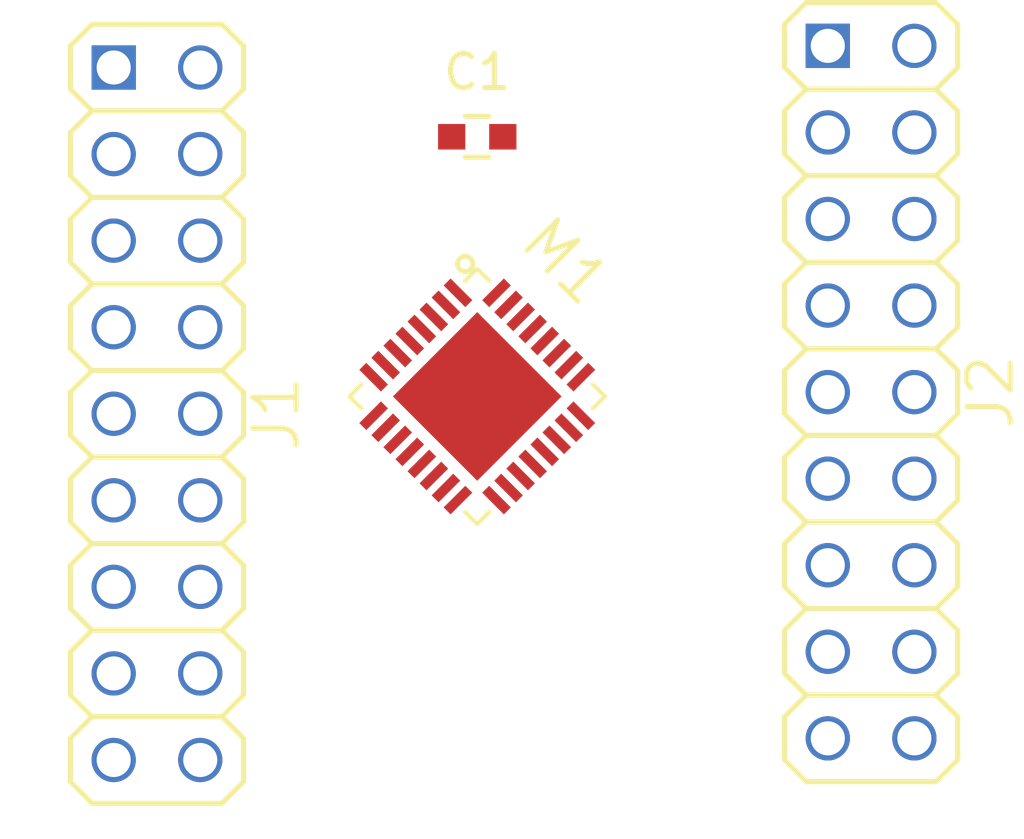
<source format=kicad_pcb>
(kicad_pcb (version 4) (host pcbnew 4.0.5-e0-6337~49~ubuntu16.04.1)

  (general
    (links 29)
    (no_connects 29)
    (area 0 0 0 0)
    (thickness 1.6)
    (drawings 0)
    (tracks 0)
    (zones 0)
    (modules 4)
    (nets 27)
  )

  (page A4)
  (layers
    (0 F.Cu signal)
    (31 B.Cu signal)
    (32 B.Adhes user)
    (33 F.Adhes user)
    (34 B.Paste user)
    (35 F.Paste user)
    (36 B.SilkS user)
    (37 F.SilkS user)
    (38 B.Mask user)
    (39 F.Mask user)
    (40 Dwgs.User user)
    (41 Cmts.User user)
    (42 Eco1.User user)
    (43 Eco2.User user)
    (44 Edge.Cuts user)
    (45 Margin user)
    (46 B.CrtYd user)
    (47 F.CrtYd user)
    (48 B.Fab user)
    (49 F.Fab user)
  )

  (setup
    (last_trace_width 0.25)
    (trace_clearance 0.2)
    (zone_clearance 0.508)
    (zone_45_only no)
    (trace_min 0.2)
    (segment_width 0.2)
    (edge_width 0.15)
    (via_size 0.6)
    (via_drill 0.4)
    (via_min_size 0.4)
    (via_min_drill 0.3)
    (uvia_size 0.3)
    (uvia_drill 0.1)
    (uvias_allowed no)
    (uvia_min_size 0.2)
    (uvia_min_drill 0.1)
    (pcb_text_width 0.3)
    (pcb_text_size 1.5 1.5)
    (mod_edge_width 0.15)
    (mod_text_size 1 1)
    (mod_text_width 0.15)
    (pad_size 1.524 1.524)
    (pad_drill 0.762)
    (pad_to_mask_clearance 0.2)
    (aux_axis_origin 0 0)
    (visible_elements FFFFFF7F)
    (pcbplotparams
      (layerselection 0x00030_80000001)
      (usegerberextensions false)
      (excludeedgelayer true)
      (linewidth 0.100000)
      (plotframeref false)
      (viasonmask false)
      (mode 1)
      (useauxorigin false)
      (hpglpennumber 1)
      (hpglpenspeed 20)
      (hpglpendiameter 15)
      (hpglpenoverlay 2)
      (psnegative false)
      (psa4output false)
      (plotreference true)
      (plotvalue true)
      (plotinvisibletext false)
      (padsonsilk false)
      (subtractmaskfromsilk false)
      (outputformat 1)
      (mirror false)
      (drillshape 1)
      (scaleselection 1)
      (outputdirectory ""))
  )

  (net 0 "")
  (net 1 /GND)
  (net 2 /VCC)
  (net 3 /PIO0_13)
  (net 4 /PIO0_12)
  (net 5 /PIO0_5)
  (net 6 /PIO0_4)
  (net 7 /PIO0_28)
  (net 8 /PIO0_3)
  (net 9 /PIO0_2)
  (net 10 /PIO0_11)
  (net 11 /PIO0_10)
  (net 12 /PIO0_16)
  (net 13 /PIO0_27)
  (net 14 /PIO0_26)
  (net 15 /PIO0_25)
  (net 16 /PIO0_24)
  (net 17 /PIO0_15)
  (net 18 /PIO0_1)
  (net 19 /AREF)
  (net 20 /AGND)
  (net 21 /PIO0_8)
  (net 22 /PIO0_9)
  (net 23 /PIO0_17)
  (net 24 /PIO0_18)
  (net 25 /PIO0_19)
  (net 26 /PIO0_20)

  (net_class Default "This is the default net class."
    (clearance 0.2)
    (trace_width 0.25)
    (via_dia 0.6)
    (via_drill 0.4)
    (uvia_dia 0.3)
    (uvia_drill 0.1)
    (add_net /AGND)
    (add_net /AREF)
    (add_net /GND)
    (add_net /PIO0_1)
    (add_net /PIO0_10)
    (add_net /PIO0_11)
    (add_net /PIO0_12)
    (add_net /PIO0_13)
    (add_net /PIO0_15)
    (add_net /PIO0_16)
    (add_net /PIO0_17)
    (add_net /PIO0_18)
    (add_net /PIO0_19)
    (add_net /PIO0_2)
    (add_net /PIO0_20)
    (add_net /PIO0_24)
    (add_net /PIO0_25)
    (add_net /PIO0_26)
    (add_net /PIO0_27)
    (add_net /PIO0_28)
    (add_net /PIO0_3)
    (add_net /PIO0_4)
    (add_net /PIO0_5)
    (add_net /PIO0_8)
    (add_net /PIO0_9)
    (add_net /VCC)
  )

  (module SquantorRcl:C_0603 (layer F.Cu) (tedit 5415D631) (tstamp 58756A69)
    (at 154.94 96.52)
    (descr "Capacitor SMD 0603, reflow soldering, AVX (see smccp.pdf)")
    (tags "capacitor 0603")
    (path /58740B30)
    (attr smd)
    (fp_text reference C1 (at 0 -1.9) (layer F.SilkS)
      (effects (font (size 1 1) (thickness 0.15)))
    )
    (fp_text value C (at 0 1.9) (layer F.Fab)
      (effects (font (size 1 1) (thickness 0.15)))
    )
    (fp_line (start -0.8 0.4) (end -0.8 -0.4) (layer F.Fab) (width 0.15))
    (fp_line (start 0.8 0.4) (end -0.8 0.4) (layer F.Fab) (width 0.15))
    (fp_line (start 0.8 -0.4) (end 0.8 0.4) (layer F.Fab) (width 0.15))
    (fp_line (start -0.8 -0.4) (end 0.8 -0.4) (layer F.Fab) (width 0.15))
    (fp_line (start -1.45 -0.75) (end 1.45 -0.75) (layer F.CrtYd) (width 0.05))
    (fp_line (start -1.45 0.75) (end 1.45 0.75) (layer F.CrtYd) (width 0.05))
    (fp_line (start -1.45 -0.75) (end -1.45 0.75) (layer F.CrtYd) (width 0.05))
    (fp_line (start 1.45 -0.75) (end 1.45 0.75) (layer F.CrtYd) (width 0.05))
    (fp_line (start -0.35 -0.6) (end 0.35 -0.6) (layer F.SilkS) (width 0.15))
    (fp_line (start 0.35 0.6) (end -0.35 0.6) (layer F.SilkS) (width 0.15))
    (pad 1 smd rect (at -0.75 0) (size 0.8 0.75) (layers F.Cu F.Paste F.Mask)
      (net 2 /VCC))
    (pad 2 smd rect (at 0.75 0) (size 0.8 0.75) (layers F.Cu F.Paste F.Mask)
      (net 1 /GND))
    (model Capacitors_SMD.3dshapes/C_0603.wrl
      (at (xyz 0 0 0))
      (scale (xyz 1 1 1))
      (rotate (xyz 0 0 0))
    )
  )

  (module SquantorConnectors:Header-0254-2X09-H010 (layer F.Cu) (tedit 5877F447) (tstamp 587A7DDF)
    (at 145.542 104.648 270)
    (descr "PIN HEADER")
    (tags "PIN HEADER")
    (path /58784732)
    (attr virtual)
    (fp_text reference J1 (at 0 -3.5 270) (layer F.SilkS)
      (effects (font (size 1.27 1.27) (thickness 0.15)))
    )
    (fp_text value PINS_2X09 (at 0 3.6 270) (layer F.Fab)
      (effects (font (size 1.27 1.27) (thickness 0.15)))
    )
    (fp_line (start -11.43 1.905) (end -10.795 2.54) (layer F.SilkS) (width 0.1524))
    (fp_line (start -9.525 2.54) (end -8.89 1.905) (layer F.SilkS) (width 0.1524))
    (fp_line (start -8.89 1.905) (end -8.255 2.54) (layer F.SilkS) (width 0.1524))
    (fp_line (start -6.985 2.54) (end -6.35 1.905) (layer F.SilkS) (width 0.1524))
    (fp_line (start -6.35 1.905) (end -5.715 2.54) (layer F.SilkS) (width 0.1524))
    (fp_line (start -4.445 2.54) (end -3.81 1.905) (layer F.SilkS) (width 0.1524))
    (fp_line (start -3.81 1.905) (end -3.175 2.54) (layer F.SilkS) (width 0.1524))
    (fp_line (start -1.905 2.54) (end -1.27 1.905) (layer F.SilkS) (width 0.1524))
    (fp_line (start -1.27 1.905) (end -0.635 2.54) (layer F.SilkS) (width 0.1524))
    (fp_line (start 0.635 2.54) (end 1.27 1.905) (layer F.SilkS) (width 0.1524))
    (fp_line (start 1.27 1.905) (end 1.905 2.54) (layer F.SilkS) (width 0.1524))
    (fp_line (start 3.175 2.54) (end 3.81 1.905) (layer F.SilkS) (width 0.1524))
    (fp_line (start -11.43 1.905) (end -11.43 -1.905) (layer F.SilkS) (width 0.1524))
    (fp_line (start -11.43 -1.905) (end -10.795 -2.54) (layer F.SilkS) (width 0.1524))
    (fp_line (start -10.795 -2.54) (end -9.525 -2.54) (layer F.SilkS) (width 0.1524))
    (fp_line (start -9.525 -2.54) (end -8.89 -1.905) (layer F.SilkS) (width 0.1524))
    (fp_line (start -8.89 -1.905) (end -8.255 -2.54) (layer F.SilkS) (width 0.1524))
    (fp_line (start -8.255 -2.54) (end -6.985 -2.54) (layer F.SilkS) (width 0.1524))
    (fp_line (start -6.985 -2.54) (end -6.35 -1.905) (layer F.SilkS) (width 0.1524))
    (fp_line (start -6.35 -1.905) (end -5.715 -2.54) (layer F.SilkS) (width 0.1524))
    (fp_line (start -5.715 -2.54) (end -4.445 -2.54) (layer F.SilkS) (width 0.1524))
    (fp_line (start -4.445 -2.54) (end -3.81 -1.905) (layer F.SilkS) (width 0.1524))
    (fp_line (start -3.81 -1.905) (end -3.175 -2.54) (layer F.SilkS) (width 0.1524))
    (fp_line (start -3.175 -2.54) (end -1.905 -2.54) (layer F.SilkS) (width 0.1524))
    (fp_line (start -1.905 -2.54) (end -1.27 -1.905) (layer F.SilkS) (width 0.1524))
    (fp_line (start -1.27 -1.905) (end -0.635 -2.54) (layer F.SilkS) (width 0.1524))
    (fp_line (start -0.635 -2.54) (end 0.635 -2.54) (layer F.SilkS) (width 0.1524))
    (fp_line (start 0.635 -2.54) (end 1.27 -1.905) (layer F.SilkS) (width 0.1524))
    (fp_line (start 1.27 -1.905) (end 1.905 -2.54) (layer F.SilkS) (width 0.1524))
    (fp_line (start 1.905 -2.54) (end 3.175 -2.54) (layer F.SilkS) (width 0.1524))
    (fp_line (start 3.175 -2.54) (end 3.81 -1.905) (layer F.SilkS) (width 0.1524))
    (fp_line (start 3.81 -1.905) (end 4.445 -2.54) (layer F.SilkS) (width 0.1524))
    (fp_line (start 4.445 -2.54) (end 5.715 -2.54) (layer F.SilkS) (width 0.1524))
    (fp_line (start 5.715 -2.54) (end 6.35 -1.905) (layer F.SilkS) (width 0.1524))
    (fp_line (start 6.35 -1.905) (end 6.985 -2.54) (layer F.SilkS) (width 0.1524))
    (fp_line (start 6.985 -2.54) (end 8.255 -2.54) (layer F.SilkS) (width 0.1524))
    (fp_line (start 8.255 -2.54) (end 8.89 -1.905) (layer F.SilkS) (width 0.1524))
    (fp_line (start 8.89 1.905) (end 8.255 2.54) (layer F.SilkS) (width 0.1524))
    (fp_line (start 6.35 1.905) (end 6.985 2.54) (layer F.SilkS) (width 0.1524))
    (fp_line (start 6.35 1.905) (end 5.715 2.54) (layer F.SilkS) (width 0.1524))
    (fp_line (start 3.81 1.905) (end 4.445 2.54) (layer F.SilkS) (width 0.1524))
    (fp_line (start -8.89 -1.905) (end -8.89 1.905) (layer F.SilkS) (width 0.1524))
    (fp_line (start -6.35 -1.905) (end -6.35 1.905) (layer F.SilkS) (width 0.1524))
    (fp_line (start -3.81 -1.905) (end -3.81 1.905) (layer F.SilkS) (width 0.1524))
    (fp_line (start -1.27 -1.905) (end -1.27 1.905) (layer F.SilkS) (width 0.1524))
    (fp_line (start 1.27 -1.905) (end 1.27 1.905) (layer F.SilkS) (width 0.1524))
    (fp_line (start 3.81 -1.905) (end 3.81 1.905) (layer F.SilkS) (width 0.1524))
    (fp_line (start 6.35 -1.905) (end 6.35 1.905) (layer F.SilkS) (width 0.1524))
    (fp_line (start 8.89 -1.905) (end 8.89 1.905) (layer F.SilkS) (width 0.1524))
    (fp_line (start 6.985 2.54) (end 8.255 2.54) (layer F.SilkS) (width 0.1524))
    (fp_line (start 4.445 2.54) (end 5.715 2.54) (layer F.SilkS) (width 0.1524))
    (fp_line (start 1.905 2.54) (end 3.175 2.54) (layer F.SilkS) (width 0.1524))
    (fp_line (start -0.635 2.54) (end 0.635 2.54) (layer F.SilkS) (width 0.1524))
    (fp_line (start -3.175 2.54) (end -1.905 2.54) (layer F.SilkS) (width 0.1524))
    (fp_line (start -5.715 2.54) (end -4.445 2.54) (layer F.SilkS) (width 0.1524))
    (fp_line (start -8.255 2.54) (end -6.985 2.54) (layer F.SilkS) (width 0.1524))
    (fp_line (start -10.795 2.54) (end -9.525 2.54) (layer F.SilkS) (width 0.1524))
    (fp_line (start 8.89 -1.905) (end 9.525 -2.54) (layer F.SilkS) (width 0.1524))
    (fp_line (start 9.525 -2.54) (end 10.795 -2.54) (layer F.SilkS) (width 0.1524))
    (fp_line (start 10.795 -2.54) (end 11.43 -1.905) (layer F.SilkS) (width 0.1524))
    (fp_line (start 11.43 1.905) (end 10.795 2.54) (layer F.SilkS) (width 0.1524))
    (fp_line (start 8.89 1.905) (end 9.525 2.54) (layer F.SilkS) (width 0.1524))
    (fp_line (start 11.43 -1.905) (end 11.43 1.905) (layer F.SilkS) (width 0.1524))
    (fp_line (start 9.525 2.54) (end 10.795 2.54) (layer F.SilkS) (width 0.1524))
    (pad 1 thru_hole rect (at -10.16 1.27 270) (size 1.3 1.3) (drill 1) (layers *.Cu *.Mask)
      (net 4 /PIO0_12))
    (pad 2 thru_hole circle (at -10.16 -1.27 270) (size 1.3 1.3) (drill 1) (layers *.Cu *.Mask)
      (net 3 /PIO0_13))
    (pad 3 thru_hole circle (at -7.62 1.27 270) (size 1.3 1.3) (drill 1) (layers *.Cu *.Mask)
      (net 6 /PIO0_4))
    (pad 4 thru_hole circle (at -7.62 -1.27 270) (size 1.3 1.3) (drill 1) (layers *.Cu *.Mask)
      (net 5 /PIO0_5))
    (pad 5 thru_hole circle (at -5.08 1.27 270) (size 1.3 1.3) (drill 1) (layers *.Cu *.Mask)
      (net 8 /PIO0_3))
    (pad 6 thru_hole circle (at -5.08 -1.27 270) (size 1.3 1.3) (drill 1) (layers *.Cu *.Mask)
      (net 7 /PIO0_28))
    (pad 7 thru_hole circle (at -2.54 1.27 270) (size 1.3 1.3) (drill 1) (layers *.Cu *.Mask)
      (net 10 /PIO0_11))
    (pad 8 thru_hole circle (at -2.54 -1.27 270) (size 1.3 1.3) (drill 1) (layers *.Cu *.Mask)
      (net 9 /PIO0_2))
    (pad 9 thru_hole circle (at 0 1.27 270) (size 1.3 1.3) (drill 1) (layers *.Cu *.Mask)
      (net 12 /PIO0_16))
    (pad 10 thru_hole circle (at 0 -1.27 270) (size 1.3 1.3) (drill 1) (layers *.Cu *.Mask)
      (net 11 /PIO0_10))
    (pad 11 thru_hole circle (at 2.54 1.27 270) (size 1.3 1.3) (drill 1) (layers *.Cu *.Mask)
      (net 14 /PIO0_26))
    (pad 12 thru_hole circle (at 2.54 -1.27 270) (size 1.3 1.3) (drill 1) (layers *.Cu *.Mask)
      (net 13 /PIO0_27))
    (pad 13 thru_hole circle (at 5.08 1.27 270) (size 1.3 1.3) (drill 1) (layers *.Cu *.Mask)
      (net 16 /PIO0_24))
    (pad 14 thru_hole circle (at 5.08 -1.27 270) (size 1.3 1.3) (drill 1) (layers *.Cu *.Mask)
      (net 15 /PIO0_25))
    (pad 15 thru_hole circle (at 7.62 1.27 270) (size 1.3 1.3) (drill 1) (layers *.Cu *.Mask)
      (net 18 /PIO0_1))
    (pad 16 thru_hole circle (at 7.62 -1.27 270) (size 1.3 1.3) (drill 1) (layers *.Cu *.Mask)
      (net 17 /PIO0_15))
    (pad 17 thru_hole circle (at 10.16 1.27 270) (size 1.3 1.3) (drill 1) (layers *.Cu *.Mask)
      (net 1 /GND))
    (pad 18 thru_hole circle (at 10.16 -1.27 270) (size 1.3 1.3) (drill 1) (layers *.Cu *.Mask)
      (net 1 /GND))
  )

  (module SquantorConnectors:Header-0254-2X09-H010 (layer F.Cu) (tedit 5877F447) (tstamp 587A7E35)
    (at 166.497 104.013 270)
    (descr "PIN HEADER")
    (tags "PIN HEADER")
    (path /587847B0)
    (attr virtual)
    (fp_text reference J2 (at 0 -3.5 270) (layer F.SilkS)
      (effects (font (size 1.27 1.27) (thickness 0.15)))
    )
    (fp_text value PINS_2X09 (at 0 3.6 270) (layer F.Fab)
      (effects (font (size 1.27 1.27) (thickness 0.15)))
    )
    (fp_line (start -11.43 1.905) (end -10.795 2.54) (layer F.SilkS) (width 0.1524))
    (fp_line (start -9.525 2.54) (end -8.89 1.905) (layer F.SilkS) (width 0.1524))
    (fp_line (start -8.89 1.905) (end -8.255 2.54) (layer F.SilkS) (width 0.1524))
    (fp_line (start -6.985 2.54) (end -6.35 1.905) (layer F.SilkS) (width 0.1524))
    (fp_line (start -6.35 1.905) (end -5.715 2.54) (layer F.SilkS) (width 0.1524))
    (fp_line (start -4.445 2.54) (end -3.81 1.905) (layer F.SilkS) (width 0.1524))
    (fp_line (start -3.81 1.905) (end -3.175 2.54) (layer F.SilkS) (width 0.1524))
    (fp_line (start -1.905 2.54) (end -1.27 1.905) (layer F.SilkS) (width 0.1524))
    (fp_line (start -1.27 1.905) (end -0.635 2.54) (layer F.SilkS) (width 0.1524))
    (fp_line (start 0.635 2.54) (end 1.27 1.905) (layer F.SilkS) (width 0.1524))
    (fp_line (start 1.27 1.905) (end 1.905 2.54) (layer F.SilkS) (width 0.1524))
    (fp_line (start 3.175 2.54) (end 3.81 1.905) (layer F.SilkS) (width 0.1524))
    (fp_line (start -11.43 1.905) (end -11.43 -1.905) (layer F.SilkS) (width 0.1524))
    (fp_line (start -11.43 -1.905) (end -10.795 -2.54) (layer F.SilkS) (width 0.1524))
    (fp_line (start -10.795 -2.54) (end -9.525 -2.54) (layer F.SilkS) (width 0.1524))
    (fp_line (start -9.525 -2.54) (end -8.89 -1.905) (layer F.SilkS) (width 0.1524))
    (fp_line (start -8.89 -1.905) (end -8.255 -2.54) (layer F.SilkS) (width 0.1524))
    (fp_line (start -8.255 -2.54) (end -6.985 -2.54) (layer F.SilkS) (width 0.1524))
    (fp_line (start -6.985 -2.54) (end -6.35 -1.905) (layer F.SilkS) (width 0.1524))
    (fp_line (start -6.35 -1.905) (end -5.715 -2.54) (layer F.SilkS) (width 0.1524))
    (fp_line (start -5.715 -2.54) (end -4.445 -2.54) (layer F.SilkS) (width 0.1524))
    (fp_line (start -4.445 -2.54) (end -3.81 -1.905) (layer F.SilkS) (width 0.1524))
    (fp_line (start -3.81 -1.905) (end -3.175 -2.54) (layer F.SilkS) (width 0.1524))
    (fp_line (start -3.175 -2.54) (end -1.905 -2.54) (layer F.SilkS) (width 0.1524))
    (fp_line (start -1.905 -2.54) (end -1.27 -1.905) (layer F.SilkS) (width 0.1524))
    (fp_line (start -1.27 -1.905) (end -0.635 -2.54) (layer F.SilkS) (width 0.1524))
    (fp_line (start -0.635 -2.54) (end 0.635 -2.54) (layer F.SilkS) (width 0.1524))
    (fp_line (start 0.635 -2.54) (end 1.27 -1.905) (layer F.SilkS) (width 0.1524))
    (fp_line (start 1.27 -1.905) (end 1.905 -2.54) (layer F.SilkS) (width 0.1524))
    (fp_line (start 1.905 -2.54) (end 3.175 -2.54) (layer F.SilkS) (width 0.1524))
    (fp_line (start 3.175 -2.54) (end 3.81 -1.905) (layer F.SilkS) (width 0.1524))
    (fp_line (start 3.81 -1.905) (end 4.445 -2.54) (layer F.SilkS) (width 0.1524))
    (fp_line (start 4.445 -2.54) (end 5.715 -2.54) (layer F.SilkS) (width 0.1524))
    (fp_line (start 5.715 -2.54) (end 6.35 -1.905) (layer F.SilkS) (width 0.1524))
    (fp_line (start 6.35 -1.905) (end 6.985 -2.54) (layer F.SilkS) (width 0.1524))
    (fp_line (start 6.985 -2.54) (end 8.255 -2.54) (layer F.SilkS) (width 0.1524))
    (fp_line (start 8.255 -2.54) (end 8.89 -1.905) (layer F.SilkS) (width 0.1524))
    (fp_line (start 8.89 1.905) (end 8.255 2.54) (layer F.SilkS) (width 0.1524))
    (fp_line (start 6.35 1.905) (end 6.985 2.54) (layer F.SilkS) (width 0.1524))
    (fp_line (start 6.35 1.905) (end 5.715 2.54) (layer F.SilkS) (width 0.1524))
    (fp_line (start 3.81 1.905) (end 4.445 2.54) (layer F.SilkS) (width 0.1524))
    (fp_line (start -8.89 -1.905) (end -8.89 1.905) (layer F.SilkS) (width 0.1524))
    (fp_line (start -6.35 -1.905) (end -6.35 1.905) (layer F.SilkS) (width 0.1524))
    (fp_line (start -3.81 -1.905) (end -3.81 1.905) (layer F.SilkS) (width 0.1524))
    (fp_line (start -1.27 -1.905) (end -1.27 1.905) (layer F.SilkS) (width 0.1524))
    (fp_line (start 1.27 -1.905) (end 1.27 1.905) (layer F.SilkS) (width 0.1524))
    (fp_line (start 3.81 -1.905) (end 3.81 1.905) (layer F.SilkS) (width 0.1524))
    (fp_line (start 6.35 -1.905) (end 6.35 1.905) (layer F.SilkS) (width 0.1524))
    (fp_line (start 8.89 -1.905) (end 8.89 1.905) (layer F.SilkS) (width 0.1524))
    (fp_line (start 6.985 2.54) (end 8.255 2.54) (layer F.SilkS) (width 0.1524))
    (fp_line (start 4.445 2.54) (end 5.715 2.54) (layer F.SilkS) (width 0.1524))
    (fp_line (start 1.905 2.54) (end 3.175 2.54) (layer F.SilkS) (width 0.1524))
    (fp_line (start -0.635 2.54) (end 0.635 2.54) (layer F.SilkS) (width 0.1524))
    (fp_line (start -3.175 2.54) (end -1.905 2.54) (layer F.SilkS) (width 0.1524))
    (fp_line (start -5.715 2.54) (end -4.445 2.54) (layer F.SilkS) (width 0.1524))
    (fp_line (start -8.255 2.54) (end -6.985 2.54) (layer F.SilkS) (width 0.1524))
    (fp_line (start -10.795 2.54) (end -9.525 2.54) (layer F.SilkS) (width 0.1524))
    (fp_line (start 8.89 -1.905) (end 9.525 -2.54) (layer F.SilkS) (width 0.1524))
    (fp_line (start 9.525 -2.54) (end 10.795 -2.54) (layer F.SilkS) (width 0.1524))
    (fp_line (start 10.795 -2.54) (end 11.43 -1.905) (layer F.SilkS) (width 0.1524))
    (fp_line (start 11.43 1.905) (end 10.795 2.54) (layer F.SilkS) (width 0.1524))
    (fp_line (start 8.89 1.905) (end 9.525 2.54) (layer F.SilkS) (width 0.1524))
    (fp_line (start 11.43 -1.905) (end 11.43 1.905) (layer F.SilkS) (width 0.1524))
    (fp_line (start 9.525 2.54) (end 10.795 2.54) (layer F.SilkS) (width 0.1524))
    (pad 1 thru_hole rect (at -10.16 1.27 270) (size 1.3 1.3) (drill 1) (layers *.Cu *.Mask)
      (net 23 /PIO0_17))
    (pad 2 thru_hole circle (at -10.16 -1.27 270) (size 1.3 1.3) (drill 1) (layers *.Cu *.Mask)
      (net 24 /PIO0_18))
    (pad 3 thru_hole circle (at -7.62 1.27 270) (size 1.3 1.3) (drill 1) (layers *.Cu *.Mask)
      (net 25 /PIO0_19))
    (pad 4 thru_hole circle (at -7.62 -1.27 270) (size 1.3 1.3) (drill 1) (layers *.Cu *.Mask)
      (net 26 /PIO0_20))
    (pad 5 thru_hole circle (at -5.08 1.27 270) (size 1.3 1.3) (drill 1) (layers *.Cu *.Mask))
    (pad 6 thru_hole circle (at -5.08 -1.27 270) (size 1.3 1.3) (drill 1) (layers *.Cu *.Mask))
    (pad 7 thru_hole circle (at -2.54 1.27 270) (size 1.3 1.3) (drill 1) (layers *.Cu *.Mask))
    (pad 8 thru_hole circle (at -2.54 -1.27 270) (size 1.3 1.3) (drill 1) (layers *.Cu *.Mask))
    (pad 9 thru_hole circle (at 0 1.27 270) (size 1.3 1.3) (drill 1) (layers *.Cu *.Mask))
    (pad 10 thru_hole circle (at 0 -1.27 270) (size 1.3 1.3) (drill 1) (layers *.Cu *.Mask))
    (pad 11 thru_hole circle (at 2.54 1.27 270) (size 1.3 1.3) (drill 1) (layers *.Cu *.Mask))
    (pad 12 thru_hole circle (at 2.54 -1.27 270) (size 1.3 1.3) (drill 1) (layers *.Cu *.Mask))
    (pad 13 thru_hole circle (at 5.08 1.27 270) (size 1.3 1.3) (drill 1) (layers *.Cu *.Mask))
    (pad 14 thru_hole circle (at 5.08 -1.27 270) (size 1.3 1.3) (drill 1) (layers *.Cu *.Mask)
      (net 19 /AREF))
    (pad 15 thru_hole circle (at 7.62 1.27 270) (size 1.3 1.3) (drill 1) (layers *.Cu *.Mask)
      (net 20 /AGND))
    (pad 16 thru_hole circle (at 7.62 -1.27 270) (size 1.3 1.3) (drill 1) (layers *.Cu *.Mask)
      (net 2 /VCC))
    (pad 17 thru_hole circle (at 10.16 1.27 270) (size 1.3 1.3) (drill 1) (layers *.Cu *.Mask)
      (net 21 /PIO0_8))
    (pad 18 thru_hole circle (at 10.16 -1.27 270) (size 1.3 1.3) (drill 1) (layers *.Cu *.Mask)
      (net 22 /PIO0_9))
  )

  (module SquantorIC:SOT617-3 (layer F.Cu) (tedit 587E90B9) (tstamp 58756AB5)
    (at 154.94 104.14 315)
    (descr "<li><b>SOT617-3</b><hr>\n<ul><li>HVQFN32: plastic thermal enhanced very thin quad flat package; no leads; 32 terminals; body 5 x 5 x 0.85 mm\n<li><u>JEDEC</u>: MO-220\n<li><u>IEC</u>: --\n<li><u>JEITA</u>: -- </ul>")
    (path /58740BAD)
    (fp_text reference M1 (at -2.4 -3.9 315) (layer F.SilkS)
      (effects (font (size 1.27 1.27) (thickness 0.15)) (justify left bottom))
    )
    (fp_text value LPC824M201JHI33 (at -4.7 5 315) (layer F.Fab)
      (effects (font (size 1.27 1.27) (thickness 0.15)) (justify left bottom))
    )
    (fp_line (start -2.025 3.125) (end 2.025 3.125) (layer Dwgs.User) (width 0.127))
    (fp_line (start 2.025 -3.125) (end -2.025 -3.125) (layer Dwgs.User) (width 0.127))
    (fp_line (start -3.125 -2.025) (end -3.125 2.025) (layer Dwgs.User) (width 0.127))
    (fp_line (start -2.65 -2.65) (end -2.025 -2.65) (layer Dwgs.User) (width 0.127))
    (fp_line (start -2.65 2.65) (end -2.025 2.65) (layer Dwgs.User) (width 0.127))
    (fp_line (start 2.65 -2.65) (end 2.65 -2.025) (layer Dwgs.User) (width 0.127))
    (fp_line (start 2.65 2.025) (end 2.65 2.65) (layer Dwgs.User) (width 0.127))
    (fp_line (start -2.65 -2.65) (end -2.65 -2.025) (layer Dwgs.User) (width 0.127))
    (fp_line (start -2.65 2.025) (end -2.65 2.65) (layer Dwgs.User) (width 0.127))
    (fp_line (start -2.025 -3.125) (end -2.025 -2.65) (layer Dwgs.User) (width 0.127))
    (fp_line (start 2.025 -3.125) (end 2.025 -2.65) (layer Dwgs.User) (width 0.127))
    (fp_line (start -2.025 3.125) (end -2.025 2.65) (layer Dwgs.User) (width 0.127))
    (fp_line (start 2.025 3.125) (end 2.025 2.65) (layer Dwgs.User) (width 0.127))
    (fp_line (start -3.125 -2.025) (end -2.65 -2.025) (layer Dwgs.User) (width 0.127))
    (fp_line (start 2.65 -2.025) (end 3.125 -2.025) (layer Dwgs.User) (width 0.127))
    (fp_line (start -3.125 2.025) (end -2.65 2.025) (layer Dwgs.User) (width 0.127))
    (fp_line (start 2.65 2.025) (end 3.125 2.025) (layer Dwgs.User) (width 0.127))
    (fp_line (start 2.025 -2.65) (end 2.65 -2.65) (layer Dwgs.User) (width 0.127))
    (fp_line (start 3.125 -2.025) (end 3.125 2.025) (layer Dwgs.User) (width 0.127))
    (fp_line (start 2.025 2.65) (end 2.65 2.65) (layer Dwgs.User) (width 0.127))
    (fp_line (start -2.65 -2.65) (end -2.15 -2.65) (layer F.SilkS) (width 0.127))
    (fp_line (start -2.65 2.65) (end -2.15 2.65) (layer F.SilkS) (width 0.127))
    (fp_line (start -2.65 -2.65) (end -2.65 -2.15) (layer F.SilkS) (width 0.127))
    (fp_line (start -2.65 2.15) (end -2.65 2.65) (layer F.SilkS) (width 0.127))
    (fp_line (start 2.65 -2.65) (end 2.65 -2.15) (layer F.SilkS) (width 0.127))
    (fp_line (start 2.65 2.15) (end 2.65 2.65) (layer F.SilkS) (width 0.127))
    (fp_line (start 2.15 -2.65) (end 2.65 -2.65) (layer F.SilkS) (width 0.127))
    (fp_line (start 2.15 2.65) (end 2.65 2.65) (layer F.SilkS) (width 0.127))
    (fp_circle (center -3 -2.5) (end -2.7764 -2.5) (layer F.SilkS) (width 0.15))
    (fp_poly (pts (xy -0.25 0.25) (xy 0.25 0.25) (xy 0.25 -0.25) (xy -0.25 -0.25)) (layer F.Paste) (width 0))
    (fp_poly (pts (xy -1.05 0.25) (xy -0.55 0.25) (xy -0.55 -0.25) (xy -1.05 -0.25)) (layer F.Paste) (width 0))
    (fp_poly (pts (xy 0.55 0.25) (xy 1.05 0.25) (xy 1.05 -0.25) (xy 0.55 -0.25)) (layer F.Paste) (width 0))
    (fp_poly (pts (xy -0.25 -0.55) (xy 0.25 -0.55) (xy 0.25 -1.05) (xy -0.25 -1.05)) (layer F.Paste) (width 0))
    (fp_poly (pts (xy -0.25 1.05) (xy 0.25 1.05) (xy 0.25 0.55) (xy -0.25 0.55)) (layer F.Paste) (width 0))
    (fp_poly (pts (xy 0.55 -0.55) (xy 1.05 -0.55) (xy 1.05 -1.05) (xy 0.55 -1.05)) (layer F.Paste) (width 0))
    (fp_poly (pts (xy -1.05 -0.55) (xy -0.55 -0.55) (xy -0.55 -1.05) (xy -1.05 -1.05)) (layer F.Paste) (width 0))
    (fp_poly (pts (xy -1.05 1.05) (xy -0.55 1.05) (xy -0.55 0.55) (xy -1.05 0.55)) (layer F.Paste) (width 0))
    (fp_poly (pts (xy 0.55 1.05) (xy 1.05 1.05) (xy 1.05 0.55) (xy 0.55 0.55)) (layer F.Paste) (width 0))
    (pad 28 smd rect (at 0.25 -2.55 315) (size 0.29 0.9) (layers F.Cu F.Paste F.Mask))
    (pad 27 smd rect (at 0.75 -2.55 315) (size 0.29 0.9) (layers F.Cu F.Paste F.Mask))
    (pad 26 smd rect (at 1.25 -2.55 315) (size 0.29 0.9) (layers F.Cu F.Paste F.Mask))
    (pad 25 smd rect (at 1.75 -2.55 315) (size 0.29 0.9) (layers F.Cu F.Paste F.Mask))
    (pad 29 smd rect (at -0.25 -2.55 315) (size 0.29 0.9) (layers F.Cu F.Paste F.Mask)
      (net 26 /PIO0_20))
    (pad 30 smd rect (at -0.75 -2.55 315) (size 0.29 0.9) (layers F.Cu F.Paste F.Mask)
      (net 25 /PIO0_19))
    (pad 31 smd rect (at -1.25 -2.55 315) (size 0.29 0.9) (layers F.Cu F.Paste F.Mask)
      (net 24 /PIO0_18))
    (pad 32 smd rect (at -1.75 -2.55 315) (size 0.29 0.9) (layers F.Cu F.Paste F.Mask)
      (net 23 /PIO0_17))
    (pad 12 smd rect (at -0.25 2.55 135) (size 0.29 0.9) (layers F.Cu F.Paste F.Mask)
      (net 14 /PIO0_26))
    (pad 11 smd rect (at -0.75 2.55 135) (size 0.29 0.9) (layers F.Cu F.Paste F.Mask)
      (net 13 /PIO0_27))
    (pad 10 smd rect (at -1.25 2.55 135) (size 0.29 0.9) (layers F.Cu F.Paste F.Mask)
      (net 12 /PIO0_16))
    (pad 9 smd rect (at -1.75 2.55 135) (size 0.29 0.9) (layers F.Cu F.Paste F.Mask)
      (net 11 /PIO0_10))
    (pad 13 smd rect (at 0.25 2.55 135) (size 0.29 0.9) (layers F.Cu F.Paste F.Mask)
      (net 15 /PIO0_25))
    (pad 14 smd rect (at 0.75 2.55 135) (size 0.29 0.9) (layers F.Cu F.Paste F.Mask)
      (net 16 /PIO0_24))
    (pad 15 smd rect (at 1.25 2.55 135) (size 0.29 0.9) (layers F.Cu F.Paste F.Mask)
      (net 17 /PIO0_15))
    (pad 16 smd rect (at 1.75 2.55 135) (size 0.29 0.9) (layers F.Cu F.Paste F.Mask)
      (net 18 /PIO0_1))
    (pad 20 smd rect (at 2.55 0.25 225) (size 0.29 0.9) (layers F.Cu F.Paste F.Mask)
      (net 20 /AGND))
    (pad 19 smd rect (at 2.55 0.75 225) (size 0.29 0.9) (layers F.Cu F.Paste F.Mask)
      (net 2 /VCC))
    (pad 18 smd rect (at 2.55 1.25 45) (size 0.29 0.9) (layers F.Cu F.Paste F.Mask)
      (net 21 /PIO0_8))
    (pad 17 smd rect (at 2.55 1.75 225) (size 0.29 0.9) (layers F.Cu F.Paste F.Mask)
      (net 22 /PIO0_9))
    (pad 21 smd rect (at 2.55 -0.25 225) (size 0.29 0.9) (layers F.Cu F.Paste F.Mask)
      (net 19 /AREF))
    (pad 22 smd rect (at 2.55 -0.75 225) (size 0.29 0.9) (layers F.Cu F.Paste F.Mask))
    (pad 23 smd rect (at 2.55 -1.25 225) (size 0.29 0.9) (layers F.Cu F.Paste F.Mask))
    (pad 24 smd rect (at 2.55 -1.75 225) (size 0.29 0.9) (layers F.Cu F.Paste F.Mask))
    (pad 4 smd rect (at -2.55 -0.25 45) (size 0.29 0.9) (layers F.Cu F.Paste F.Mask)
      (net 6 /PIO0_4))
    (pad 3 smd rect (at -2.55 -0.75 45) (size 0.29 0.9) (layers F.Cu F.Paste F.Mask)
      (net 5 /PIO0_5))
    (pad 2 smd rect (at -2.55 -1.25 225) (size 0.29 0.9) (layers F.Cu F.Paste F.Mask)
      (net 4 /PIO0_12))
    (pad 1 smd rect (at -2.55 -1.75 45) (size 0.29 0.9) (layers F.Cu F.Paste F.Mask)
      (net 3 /PIO0_13))
    (pad 5 smd rect (at -2.55 0.25 45) (size 0.29 0.9) (layers F.Cu F.Paste F.Mask)
      (net 7 /PIO0_28))
    (pad 6 smd rect (at -2.55 0.75 45) (size 0.29 0.9) (layers F.Cu F.Paste F.Mask)
      (net 8 /PIO0_3))
    (pad 7 smd rect (at -2.55 1.25 45) (size 0.29 0.9) (layers F.Cu F.Paste F.Mask)
      (net 9 /PIO0_2))
    (pad 8 smd rect (at -2.55 1.75 45) (size 0.29 0.9) (layers F.Cu F.Paste F.Mask)
      (net 10 /PIO0_11))
    (pad 33 smd rect (at 0 0 315) (size 3.5 3.5) (layers F.Cu F.Paste F.Mask)
      (net 1 /GND))
  )

)

</source>
